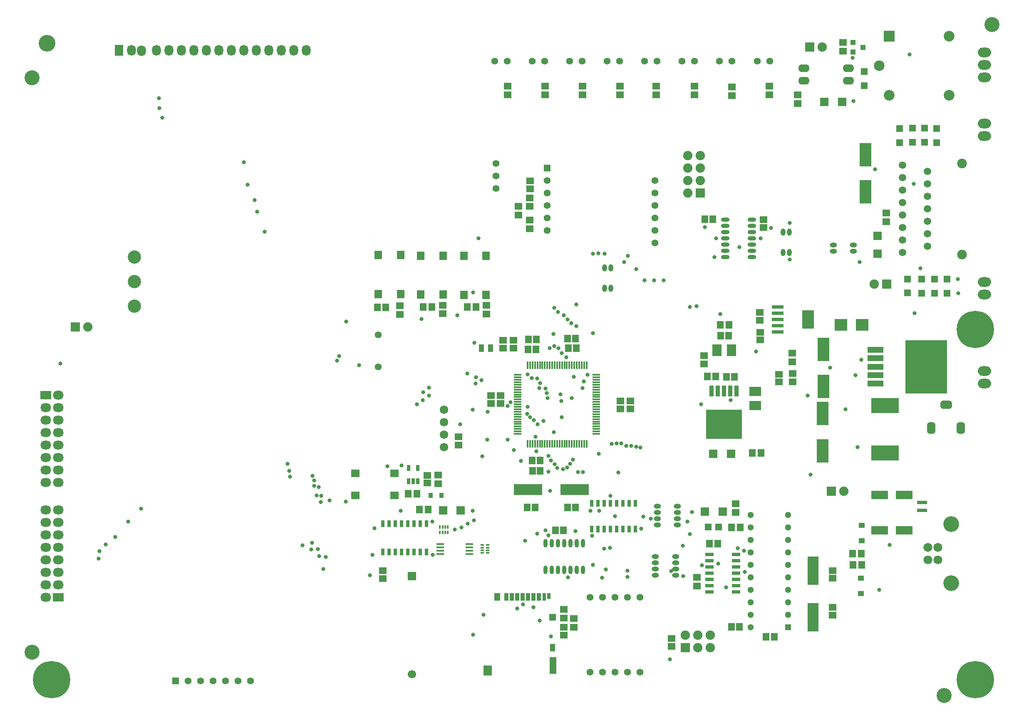
<source format=gts>
G04*
G04 #@! TF.GenerationSoftware,Altium Limited,Altium Designer,20.0.13 (296)*
G04*
G04 Layer_Color=8388736*
%FSLAX44Y44*%
%MOMM*%
G71*
G01*
G75*
%ADD81R,1.9524X2.3824*%
%ADD82R,1.5000X1.7500*%
%ADD83R,1.5500X1.3500*%
%ADD84R,1.5524X1.4524*%
%ADD85R,2.4524X4.7024*%
%ADD86R,0.9000X1.6000*%
%ADD87R,0.8016X1.5016*%
%ADD88R,0.8016X1.3016*%
%ADD89R,1.2000X1.6000*%
%ADD90R,1.7000X2.1000*%
%ADD91R,1.4000X3.4000*%
%ADD92R,1.4000X1.4000*%
%ADD93R,1.0000X1.6000*%
%ADD94R,0.7800X1.3200*%
%ADD95R,1.3500X1.5500*%
%ADD96R,1.7500X0.8000*%
%ADD97R,1.4000X1.4000*%
%ADD98O,1.4700X0.9600*%
%ADD99R,0.3516X0.7516*%
%ADD100R,0.4516X0.7516*%
%ADD101R,8.5800X10.8600*%
%ADD102R,3.2000X1.3000*%
%ADD103O,0.9600X1.4700*%
%ADD104R,1.7000X1.8000*%
%ADD105R,2.4000X0.8000*%
%ADD106R,2.4000X3.7000*%
%ADD107R,1.1500X1.1000*%
%ADD108C,3.0480*%
%ADD109O,1.7500X0.8000*%
%ADD110R,1.4524X1.5524*%
%ADD111R,1.7500X1.5000*%
%ADD112R,0.9600X2.2000*%
%ADD113R,7.3000X6.0500*%
%ADD114R,1.8000X1.7000*%
%ADD115R,2.3000X5.8000*%
%ADD116R,3.3524X1.7524*%
%ADD117O,0.8000X1.7500*%
%ADD118R,0.7500X1.2000*%
%ADD119R,0.8250X1.0300*%
%ADD120R,0.7516X0.3516*%
%ADD121R,0.7516X0.4516*%
%ADD122O,2.3000X1.6000*%
%ADD123R,0.7366X1.3716*%
%ADD124R,1.5516X0.4572*%
%ADD125R,2.0000X0.8000*%
%ADD126R,1.1000X1.0000*%
%ADD127R,5.8000X2.3000*%
%ADD128R,1.1000X1.5000*%
%ADD129R,0.3300X1.6200*%
%ADD130R,1.6200X0.3300*%
%ADD131R,5.6000X3.1000*%
%ADD132R,2.6500X2.3500*%
%ADD133R,2.3824X1.9524*%
%ADD134C,1.4000*%
G04:AMPARAMS|DCode=135|XSize=2.3mm|YSize=1.7mm|CornerRadius=0.475mm|HoleSize=0mm|Usage=FLASHONLY|Rotation=270.000|XOffset=0mm|YOffset=0mm|HoleType=Round|Shape=RoundedRectangle|*
%AMROUNDEDRECTD135*
21,1,2.3000,0.7500,0,0,270.0*
21,1,1.3500,1.7000,0,0,270.0*
1,1,0.9500,-0.3750,-0.6750*
1,1,0.9500,-0.3750,0.6750*
1,1,0.9500,0.3750,0.6750*
1,1,0.9500,0.3750,-0.6750*
%
%ADD135ROUNDEDRECTD135*%
G04:AMPARAMS|DCode=136|XSize=2.3mm|YSize=1.7mm|CornerRadius=0.475mm|HoleSize=0mm|Usage=FLASHONLY|Rotation=0.000|XOffset=0mm|YOffset=0mm|HoleType=Round|Shape=RoundedRectangle|*
%AMROUNDEDRECTD136*
21,1,2.3000,0.7500,0,0,0.0*
21,1,1.3500,1.7000,0,0,0.0*
1,1,0.9500,0.6750,-0.3750*
1,1,0.9500,-0.6750,-0.3750*
1,1,0.9500,-0.6750,0.3750*
1,1,0.9500,0.6750,0.3750*
%
%ADD136ROUNDEDRECTD136*%
%ADD137R,1.9000X1.9000*%
%ADD138C,1.9000*%
%ADD139O,2.7000X1.9500*%
%ADD140O,2.2000X1.8000*%
%ADD141R,2.2000X1.8000*%
%ADD142C,7.6000*%
%ADD143C,3.2000*%
%ADD144C,1.8270*%
%ADD145C,1.8016*%
%ADD146R,1.7000X1.7000*%
%ADD147C,1.7000*%
%ADD148C,2.1800*%
%ADD149C,2.1350*%
%ADD150R,2.1800X2.1800*%
%ADD151R,1.9000X1.9000*%
%ADD152C,1.7240*%
%ADD153C,2.7000*%
%ADD154C,1.5000*%
%ADD155C,1.9780*%
%ADD156O,1.8000X2.2000*%
%ADD157R,1.8000X2.2000*%
%ADD158C,1.3000*%
%ADD159R,1.3000X1.3000*%
%ADD160C,3.4000*%
%ADD161C,0.8000*%
D81*
X1446850Y727750D02*
D03*
X1417650D02*
D03*
D82*
X773600Y921000D02*
D03*
Y841500D02*
D03*
X728600Y921000D02*
D03*
Y841500D02*
D03*
X860000Y920000D02*
D03*
Y840500D02*
D03*
X815000Y920000D02*
D03*
Y840500D02*
D03*
X947650Y919750D02*
D03*
Y840250D02*
D03*
X902650Y919750D02*
D03*
Y840250D02*
D03*
D83*
X1036500Y992500D02*
D03*
Y975000D02*
D03*
X1014000Y1020250D02*
D03*
Y1002750D02*
D03*
X1036500Y1020000D02*
D03*
Y1037500D02*
D03*
X1105750Y182250D02*
D03*
Y199750D02*
D03*
X1570750Y703750D02*
D03*
Y721250D02*
D03*
X1571500Y662750D02*
D03*
Y680250D02*
D03*
X1377000Y247750D02*
D03*
Y265250D02*
D03*
X1581718Y1229690D02*
D03*
Y1247190D02*
D03*
X1523750Y1247250D02*
D03*
Y1264750D02*
D03*
X1447750Y1245500D02*
D03*
Y1263000D02*
D03*
X1372000Y1247250D02*
D03*
Y1264750D02*
D03*
X1220000Y1247250D02*
D03*
Y1264750D02*
D03*
X1144000Y1247250D02*
D03*
Y1264750D02*
D03*
X1068000Y1247250D02*
D03*
Y1264750D02*
D03*
X992000Y1247250D02*
D03*
Y1264750D02*
D03*
X850250Y473500D02*
D03*
Y456000D02*
D03*
X891750Y534250D02*
D03*
Y551750D02*
D03*
X1391250Y699250D02*
D03*
Y716750D02*
D03*
X1673750Y1354000D02*
D03*
Y1336500D02*
D03*
X1455500Y415000D02*
D03*
Y397500D02*
D03*
X948150Y801300D02*
D03*
Y818800D02*
D03*
X859400Y801550D02*
D03*
Y819050D02*
D03*
X771900Y800550D02*
D03*
Y818050D02*
D03*
X1126250Y163750D02*
D03*
Y181250D02*
D03*
X1762000Y1006750D02*
D03*
Y989250D02*
D03*
X1294000Y1264750D02*
D03*
Y1247250D02*
D03*
D84*
X1037000Y1072000D02*
D03*
Y1056000D02*
D03*
X1241000Y608250D02*
D03*
Y624250D02*
D03*
X1221000Y608250D02*
D03*
Y624250D02*
D03*
X1653250Y263050D02*
D03*
Y279050D02*
D03*
X1105750Y163250D02*
D03*
Y147250D02*
D03*
X1512000Y993100D02*
D03*
Y977100D02*
D03*
X1505000Y804250D02*
D03*
Y788250D02*
D03*
X1324750Y140750D02*
D03*
Y124750D02*
D03*
X828250Y473000D02*
D03*
Y457000D02*
D03*
X1003300Y731500D02*
D03*
Y747500D02*
D03*
X977500Y635000D02*
D03*
Y619000D02*
D03*
X957500Y635000D02*
D03*
Y619000D02*
D03*
X1505250Y748250D02*
D03*
Y764250D02*
D03*
X737500Y278750D02*
D03*
Y262750D02*
D03*
X1653250Y203800D02*
D03*
Y187800D02*
D03*
X982000Y748000D02*
D03*
Y732000D02*
D03*
X1544000Y678750D02*
D03*
Y662750D02*
D03*
D85*
X1720000Y1125750D02*
D03*
Y1049750D02*
D03*
X1632750Y598750D02*
D03*
Y522750D02*
D03*
X1634250Y653500D02*
D03*
Y729500D02*
D03*
D86*
X989000Y225700D02*
D03*
X1000000D02*
D03*
X1011000D02*
D03*
X1022000D02*
D03*
X1033000D02*
D03*
X1044000D02*
D03*
X1055000D02*
D03*
D87*
X1066000D02*
D03*
D88*
X1075500Y226700D02*
D03*
D89*
X970000Y225700D02*
D03*
D90*
X951000Y75700D02*
D03*
D91*
X1084000Y85700D02*
D03*
D92*
X1083000Y183700D02*
D03*
X1860250Y872050D02*
D03*
X1834250D02*
D03*
X1805500Y872550D02*
D03*
X1885750Y872050D02*
D03*
X1789000Y1178550D02*
D03*
X1839750Y1179300D02*
D03*
X1815000D02*
D03*
X1864500Y1178300D02*
D03*
X1716918Y1294890D02*
D03*
X1072300Y1098000D02*
D03*
D93*
X1083000Y121700D02*
D03*
D94*
X1162800Y363350D02*
D03*
X1175500D02*
D03*
X1188200D02*
D03*
X1200900D02*
D03*
X1213600D02*
D03*
X1226300D02*
D03*
X1239000D02*
D03*
X1251700D02*
D03*
X1162800Y416150D02*
D03*
X1175500D02*
D03*
X1188200D02*
D03*
X1200900D02*
D03*
X1213600D02*
D03*
X1226300D02*
D03*
X1239000D02*
D03*
X1251700D02*
D03*
D95*
X1447500Y366750D02*
D03*
X1465000D02*
D03*
X1419500Y333750D02*
D03*
X1402000D02*
D03*
X1712125Y290625D02*
D03*
X1694625D02*
D03*
X1711250Y313000D02*
D03*
X1693750D02*
D03*
X909650Y815300D02*
D03*
X927150D02*
D03*
X819650Y815800D02*
D03*
X837150D02*
D03*
X726400Y814800D02*
D03*
X743900D02*
D03*
X789250Y435750D02*
D03*
X806750D02*
D03*
X1415150Y673950D02*
D03*
X1397650D02*
D03*
X812000Y403250D02*
D03*
X829500D02*
D03*
X1517000Y143800D02*
D03*
X1534500D02*
D03*
X1489500Y518000D02*
D03*
X1507000D02*
D03*
X1424500Y779250D02*
D03*
X1442000D02*
D03*
D96*
X1402000Y311950D02*
D03*
Y299250D02*
D03*
Y286550D02*
D03*
Y273850D02*
D03*
Y261150D02*
D03*
Y248450D02*
D03*
Y235750D02*
D03*
X1456000Y311950D02*
D03*
Y299250D02*
D03*
Y286550D02*
D03*
Y273850D02*
D03*
Y261150D02*
D03*
Y248450D02*
D03*
Y235750D02*
D03*
D97*
X1421000Y367750D02*
D03*
X1400000D02*
D03*
X1860250Y843450D02*
D03*
X1834250D02*
D03*
X1805500Y843950D02*
D03*
X1885750Y843450D02*
D03*
X1789000Y1149950D02*
D03*
X1839750Y1150700D02*
D03*
X1815000D02*
D03*
X1864500Y1149700D02*
D03*
X1716918Y1266290D02*
D03*
X316350Y54000D02*
D03*
D98*
X1654500Y941350D02*
D03*
Y928650D02*
D03*
X1695500Y941350D02*
D03*
Y928650D02*
D03*
X1337000Y396850D02*
D03*
Y409550D02*
D03*
X1296000Y396850D02*
D03*
Y409550D02*
D03*
X1296000Y384150D02*
D03*
Y371450D02*
D03*
X1337000D02*
D03*
Y384150D02*
D03*
X1292500Y294850D02*
D03*
Y307550D02*
D03*
X1333500D02*
D03*
Y294850D02*
D03*
X1333500Y269450D02*
D03*
Y282150D02*
D03*
X1292500Y269450D02*
D03*
Y282150D02*
D03*
D99*
X864250Y368000D02*
D03*
X859250D02*
D03*
Y357000D02*
D03*
X864250D02*
D03*
D100*
X869750Y368000D02*
D03*
X853750D02*
D03*
Y357000D02*
D03*
X869750D02*
D03*
D101*
X1843200Y693800D02*
D03*
D102*
X1740000Y659920D02*
D03*
Y676940D02*
D03*
Y693960D02*
D03*
Y710980D02*
D03*
Y728000D02*
D03*
D103*
X1552400Y926750D02*
D03*
X1565100D02*
D03*
X1552400Y967750D02*
D03*
X1565100D02*
D03*
X1201850Y894750D02*
D03*
X1189150D02*
D03*
X1201850Y853750D02*
D03*
X1189150D02*
D03*
D104*
X1446250Y516750D02*
D03*
X1410250D02*
D03*
X1429250Y399250D02*
D03*
X1393250D02*
D03*
X1636250Y1233250D02*
D03*
X1672250D02*
D03*
X860250Y401500D02*
D03*
X896250D02*
D03*
D105*
X1540750Y815650D02*
D03*
Y802950D02*
D03*
Y790250D02*
D03*
Y777550D02*
D03*
Y764850D02*
D03*
D106*
X1602750Y790250D02*
D03*
D107*
X1712500Y339750D02*
D03*
Y371250D02*
D03*
X1710250Y231750D02*
D03*
Y263250D02*
D03*
D108*
X1879346Y24892D02*
D03*
X1977250Y1390250D02*
D03*
X23500Y112750D02*
D03*
X24000Y1281750D02*
D03*
D109*
X1434200Y993100D02*
D03*
Y980400D02*
D03*
Y967700D02*
D03*
Y955000D02*
D03*
Y942300D02*
D03*
Y929600D02*
D03*
Y916900D02*
D03*
X1488200Y993100D02*
D03*
Y980400D02*
D03*
Y967700D02*
D03*
Y955000D02*
D03*
Y942300D02*
D03*
Y929600D02*
D03*
Y916900D02*
D03*
D110*
X1408750Y994000D02*
D03*
X1392750D02*
D03*
X1452800Y673450D02*
D03*
X1436800D02*
D03*
X1129750Y751500D02*
D03*
X1113750D02*
D03*
X1440800Y757450D02*
D03*
X1424800D02*
D03*
X1129500Y407250D02*
D03*
X1113500D02*
D03*
X1031500D02*
D03*
X1047500D02*
D03*
X1463250Y164000D02*
D03*
X1447250D02*
D03*
X1105250Y361200D02*
D03*
X1089250D02*
D03*
X1034000Y749250D02*
D03*
X1050000D02*
D03*
X1115188Y731520D02*
D03*
X1131188D02*
D03*
X1058000Y482000D02*
D03*
X1042000D02*
D03*
X1057400Y502900D02*
D03*
X1041400D02*
D03*
X1033400Y728750D02*
D03*
X1049400D02*
D03*
D111*
X761250Y431750D02*
D03*
X681750D02*
D03*
X761250Y476750D02*
D03*
X681750D02*
D03*
D112*
X1457200Y644325D02*
D03*
X1444500D02*
D03*
X1431800D02*
D03*
X1419100D02*
D03*
X1406400D02*
D03*
D113*
X1431800Y576575D02*
D03*
D114*
X1744000Y960000D02*
D03*
Y924000D02*
D03*
D115*
X1613250Y183800D02*
D03*
Y278800D02*
D03*
D116*
X1798500Y361000D02*
D03*
X1748500D02*
D03*
X1798500Y433000D02*
D03*
X1748500D02*
D03*
D117*
X1068650Y280250D02*
D03*
X1081350D02*
D03*
X1094050D02*
D03*
X1106750D02*
D03*
X1119450D02*
D03*
X1132150D02*
D03*
X1144850D02*
D03*
X1068650Y334250D02*
D03*
X1081350D02*
D03*
X1094050D02*
D03*
X1106750D02*
D03*
X1119450D02*
D03*
X1132150D02*
D03*
X1144850D02*
D03*
D118*
X789750Y460750D02*
D03*
X799250D02*
D03*
X808750D02*
D03*
X789750Y487750D02*
D03*
X808750D02*
D03*
D119*
X834625Y432250D02*
D03*
X856875D02*
D03*
D120*
X950750Y320500D02*
D03*
Y325500D02*
D03*
X939750D02*
D03*
Y320500D02*
D03*
D121*
X950750Y315000D02*
D03*
Y331000D02*
D03*
X939750D02*
D03*
Y315000D02*
D03*
D122*
X1685218Y1275740D02*
D03*
Y1301140D02*
D03*
X1594218Y1275740D02*
D03*
Y1301140D02*
D03*
D123*
X737300Y316900D02*
D03*
X750000D02*
D03*
X762700D02*
D03*
X775400D02*
D03*
X788100D02*
D03*
X800800D02*
D03*
X813500D02*
D03*
X826200D02*
D03*
X737300Y374100D02*
D03*
X750000D02*
D03*
X762700D02*
D03*
X775400D02*
D03*
X788100D02*
D03*
X800800D02*
D03*
X813500D02*
D03*
X826200D02*
D03*
D124*
X913750Y312925D02*
D03*
Y319475D02*
D03*
Y326025D02*
D03*
Y332575D02*
D03*
X854750Y312925D02*
D03*
Y319475D02*
D03*
Y326025D02*
D03*
Y332575D02*
D03*
D125*
X1834500Y417750D02*
D03*
Y401750D02*
D03*
D126*
X1694218Y1353590D02*
D03*
Y1334590D02*
D03*
X1714218Y1344090D02*
D03*
D127*
X1128000Y443500D02*
D03*
X1033000D02*
D03*
D128*
X957000Y732000D02*
D03*
X938000D02*
D03*
D129*
X1032200Y697200D02*
D03*
X1037200D02*
D03*
X1042200D02*
D03*
X1047200D02*
D03*
X1052200D02*
D03*
X1057200D02*
D03*
X1062200D02*
D03*
X1067200D02*
D03*
X1072200D02*
D03*
X1077200D02*
D03*
X1082200D02*
D03*
X1087200D02*
D03*
X1092200D02*
D03*
X1097200D02*
D03*
X1102200D02*
D03*
X1107200D02*
D03*
X1112200D02*
D03*
X1117200D02*
D03*
X1122200D02*
D03*
X1127200D02*
D03*
X1132200D02*
D03*
X1137200D02*
D03*
X1142200D02*
D03*
X1147200D02*
D03*
X1152200D02*
D03*
Y537200D02*
D03*
X1147200D02*
D03*
X1142200D02*
D03*
X1137200D02*
D03*
X1132200D02*
D03*
X1127200D02*
D03*
X1122200D02*
D03*
X1117200D02*
D03*
X1112200D02*
D03*
X1107200D02*
D03*
X1102200D02*
D03*
X1097200D02*
D03*
X1092200D02*
D03*
X1087200D02*
D03*
X1082200D02*
D03*
X1077200D02*
D03*
X1072200D02*
D03*
X1067200D02*
D03*
X1062200D02*
D03*
X1057200D02*
D03*
X1052200D02*
D03*
X1047200D02*
D03*
X1042200D02*
D03*
X1037200D02*
D03*
X1032200D02*
D03*
D130*
X1172200Y677200D02*
D03*
Y672200D02*
D03*
Y667200D02*
D03*
Y662200D02*
D03*
Y657200D02*
D03*
Y652200D02*
D03*
Y647200D02*
D03*
Y642200D02*
D03*
Y637200D02*
D03*
Y632200D02*
D03*
Y627200D02*
D03*
Y622200D02*
D03*
Y617200D02*
D03*
Y612200D02*
D03*
Y607200D02*
D03*
Y602200D02*
D03*
Y597200D02*
D03*
Y592200D02*
D03*
Y587200D02*
D03*
Y582200D02*
D03*
Y577200D02*
D03*
Y572200D02*
D03*
Y567200D02*
D03*
Y562200D02*
D03*
Y557200D02*
D03*
X1012200D02*
D03*
Y562200D02*
D03*
Y567200D02*
D03*
Y572200D02*
D03*
Y577200D02*
D03*
Y582200D02*
D03*
Y587200D02*
D03*
Y592200D02*
D03*
Y597200D02*
D03*
Y602200D02*
D03*
Y607200D02*
D03*
Y612200D02*
D03*
Y617200D02*
D03*
Y622200D02*
D03*
Y627200D02*
D03*
Y632200D02*
D03*
Y637200D02*
D03*
Y642200D02*
D03*
Y647200D02*
D03*
Y652200D02*
D03*
Y657200D02*
D03*
Y662200D02*
D03*
Y667200D02*
D03*
Y672200D02*
D03*
Y677200D02*
D03*
D131*
X1759750Y615250D02*
D03*
Y518250D02*
D03*
D132*
X1669750Y779250D02*
D03*
X1712750D02*
D03*
D133*
X1495250Y643850D02*
D03*
Y614650D02*
D03*
D134*
X968000Y1056600D02*
D03*
Y1082000D02*
D03*
Y1107400D02*
D03*
X1072300Y1072600D02*
D03*
Y1047200D02*
D03*
Y1021800D02*
D03*
Y996400D02*
D03*
Y971000D02*
D03*
X1291300Y1072600D02*
D03*
Y1047200D02*
D03*
Y1021800D02*
D03*
Y996400D02*
D03*
Y971000D02*
D03*
Y945600D02*
D03*
X468750Y54000D02*
D03*
X443350D02*
D03*
X417950D02*
D03*
X392550D02*
D03*
X367150D02*
D03*
X341750D02*
D03*
X1158950Y72050D02*
D03*
X1184350D02*
D03*
X1209750D02*
D03*
X1235150D02*
D03*
X1260550D02*
D03*
X1158950Y224450D02*
D03*
X1184350D02*
D03*
X1209750D02*
D03*
X1235150D02*
D03*
X1260550D02*
D03*
X1524700Y1316000D02*
D03*
X1499300D02*
D03*
X1447800Y1315700D02*
D03*
X1422400D02*
D03*
X1371600D02*
D03*
X1346200D02*
D03*
X1295400D02*
D03*
X1270000D02*
D03*
X1219200D02*
D03*
X1193800D02*
D03*
X1143000D02*
D03*
X1117600D02*
D03*
X1066800D02*
D03*
X1041400D02*
D03*
X990600D02*
D03*
X965200D02*
D03*
X728000Y758500D02*
D03*
Y693500D02*
D03*
D135*
X1853600Y569260D02*
D03*
X1913600D02*
D03*
D136*
X1883600Y616260D02*
D03*
D137*
X1383400Y1047200D02*
D03*
D138*
Y1072600D02*
D03*
Y1098000D02*
D03*
Y1123400D02*
D03*
X1358000Y1047200D02*
D03*
Y1072600D02*
D03*
Y1098000D02*
D03*
Y1123400D02*
D03*
X1631718Y1344440D02*
D03*
X1737300Y862000D02*
D03*
X1403900Y147450D02*
D03*
X1378500D02*
D03*
X1353100D02*
D03*
X1403900Y122050D02*
D03*
X1378500D02*
D03*
X1675700Y440250D02*
D03*
X137450Y775250D02*
D03*
D139*
X1962000Y1333400D02*
D03*
Y1308000D02*
D03*
Y1282600D02*
D03*
Y866700D02*
D03*
Y841300D02*
D03*
Y684700D02*
D03*
Y659300D02*
D03*
Y1188700D02*
D03*
Y1163300D02*
D03*
D140*
X77146Y458400D02*
D03*
Y483800D02*
D03*
Y509200D02*
D03*
Y534600D02*
D03*
Y560000D02*
D03*
Y585400D02*
D03*
Y610800D02*
D03*
Y636200D02*
D03*
X52000Y458400D02*
D03*
Y483800D02*
D03*
Y509200D02*
D03*
Y534600D02*
D03*
Y560000D02*
D03*
Y585400D02*
D03*
Y610800D02*
D03*
X51997Y402200D02*
D03*
Y376800D02*
D03*
Y351400D02*
D03*
Y326000D02*
D03*
Y300600D02*
D03*
Y275200D02*
D03*
Y249800D02*
D03*
Y224400D02*
D03*
X77143Y402200D02*
D03*
Y376800D02*
D03*
Y351400D02*
D03*
Y326000D02*
D03*
Y300600D02*
D03*
Y275200D02*
D03*
Y249800D02*
D03*
D141*
X52000Y636200D02*
D03*
X77143Y224400D02*
D03*
D142*
X1943100Y57250D02*
D03*
X1943100Y769600D02*
D03*
X63500Y57250D02*
D03*
D143*
X1894000Y253300D02*
D03*
Y373700D02*
D03*
D144*
X1866900Y326000D02*
D03*
X1847000D02*
D03*
D145*
Y301000D02*
D03*
X1866900D02*
D03*
D146*
X796750Y267750D02*
D03*
D147*
Y67750D02*
D03*
D148*
X1889718Y1366440D02*
D03*
Y1246440D02*
D03*
X1767718D02*
D03*
D149*
X1747718Y1306440D02*
D03*
D150*
X1767718Y1366440D02*
D03*
D151*
X1606318Y1344440D02*
D03*
X1762700Y862000D02*
D03*
X1353100Y122050D02*
D03*
X1650300Y440250D02*
D03*
X112050Y775250D02*
D03*
D152*
X861750Y606400D02*
D03*
Y581000D02*
D03*
Y555600D02*
D03*
Y530200D02*
D03*
D153*
X232374Y817000D02*
D03*
Y867000D02*
D03*
Y917000D02*
D03*
D154*
X1794763Y1103898D02*
D03*
Y1078498D02*
D03*
Y1053098D02*
D03*
Y1027698D02*
D03*
Y1002298D02*
D03*
Y976898D02*
D03*
Y951498D02*
D03*
Y926098D02*
D03*
X1845563Y1091198D02*
D03*
Y1065798D02*
D03*
Y1040398D02*
D03*
Y1014998D02*
D03*
Y989598D02*
D03*
Y964198D02*
D03*
Y938798D02*
D03*
D155*
X1916200Y922263D02*
D03*
Y1107200D02*
D03*
D156*
X403600Y1338250D02*
D03*
X429000D02*
D03*
X454400D02*
D03*
X479800D02*
D03*
X505200D02*
D03*
X530600D02*
D03*
X556000D02*
D03*
X581400D02*
D03*
X225800D02*
D03*
X246882Y1336726D02*
D03*
X276600Y1338250D02*
D03*
X302000D02*
D03*
X327400D02*
D03*
X352800D02*
D03*
X378200D02*
D03*
D157*
X200400D02*
D03*
D158*
X1486150Y392100D02*
D03*
Y366700D02*
D03*
Y341300D02*
D03*
Y315900D02*
D03*
Y290500D02*
D03*
Y265100D02*
D03*
Y239700D02*
D03*
Y214300D02*
D03*
Y188900D02*
D03*
Y163500D02*
D03*
X1562350Y392100D02*
D03*
Y366700D02*
D03*
Y341300D02*
D03*
Y315900D02*
D03*
Y290500D02*
D03*
Y265100D02*
D03*
Y239700D02*
D03*
Y214300D02*
D03*
Y188900D02*
D03*
D159*
Y163500D02*
D03*
D160*
X54000Y1352000D02*
D03*
D161*
X1074166Y512064D02*
D03*
X1087200Y495848D02*
D03*
X997154Y621742D02*
D03*
X991750Y613750D02*
D03*
X1080000Y503000D02*
D03*
X1092000Y488000D02*
D03*
X1113000Y489000D02*
D03*
X1119000Y496000D02*
D03*
X1124105Y504855D02*
D03*
X1223000Y538000D02*
D03*
X1233000Y533000D02*
D03*
X1243000D02*
D03*
X1253000Y531000D02*
D03*
X1261848Y529000D02*
D03*
X1213000Y538000D02*
D03*
X1203000Y537000D02*
D03*
X1376000Y817000D02*
D03*
X1385000Y617000D02*
D03*
X1026750Y339500D02*
D03*
X940346Y511404D02*
D03*
X894750Y576500D02*
D03*
X1189000Y923750D02*
D03*
X1176000Y924750D02*
D03*
X1164750Y923750D02*
D03*
X1309500Y869750D02*
D03*
X1290000Y869500D02*
D03*
X1269875Y869750D02*
D03*
X1253500Y892500D02*
D03*
X1236500Y920000D02*
D03*
X1228250Y906750D02*
D03*
X1424000Y801250D02*
D03*
X806750Y617500D02*
D03*
X819250Y625835D02*
D03*
X831250Y635000D02*
D03*
X820000Y641500D02*
D03*
X831750Y651250D02*
D03*
X926250Y659500D02*
D03*
X938500Y666250D02*
D03*
X927000Y672750D02*
D03*
X775750Y493250D02*
D03*
X932000Y955000D02*
D03*
X245750Y405250D02*
D03*
X219000Y378750D02*
D03*
X193500Y347250D02*
D03*
X173500Y332000D02*
D03*
X161000Y318500D02*
D03*
X159000Y303250D02*
D03*
X747000Y491250D02*
D03*
X629375Y421875D02*
D03*
X606786Y449035D02*
D03*
X598000Y451750D02*
D03*
X598250Y462250D02*
D03*
X594250Y471500D02*
D03*
X602632Y432118D02*
D03*
X612125Y431125D02*
D03*
X611250Y418500D02*
D03*
X648500Y716000D02*
D03*
X644750Y706000D02*
D03*
X689000Y697000D02*
D03*
X909500Y679750D02*
D03*
X574500Y330000D02*
D03*
X593250Y335750D02*
D03*
X591750Y322000D02*
D03*
X605250Y322500D02*
D03*
X608250Y308500D02*
D03*
X622000Y307000D02*
D03*
X616250Y282250D02*
D03*
X663000Y786000D02*
D03*
X288500Y1200500D02*
D03*
X282750Y1220000D02*
D03*
X282000Y1240750D02*
D03*
X454400Y1110400D02*
D03*
X497454Y968604D02*
D03*
X482250Y1009000D02*
D03*
X477000Y1033250D02*
D03*
X462500Y1064550D02*
D03*
X1177000Y517000D02*
D03*
X1907500Y872250D02*
D03*
X1831250Y894500D02*
D03*
X1216500Y478250D02*
D03*
X1160250Y400500D02*
D03*
X1177500Y401000D02*
D03*
X1144750Y479000D02*
D03*
X1064000Y583250D02*
D03*
X1052250Y576750D02*
D03*
X1045000Y585000D02*
D03*
X1031000Y597750D02*
D03*
X1037050Y590779D02*
D03*
X1122250Y630250D02*
D03*
X1102000Y721250D02*
D03*
X1094500Y731500D02*
D03*
X1086250Y736250D02*
D03*
X1077500Y731500D02*
D03*
X1099000Y637500D02*
D03*
X1084750Y760750D02*
D03*
X1366250Y397750D02*
D03*
X1210250Y389250D02*
D03*
X1267500Y388500D02*
D03*
X1080000Y145000D02*
D03*
X921000Y148000D02*
D03*
X1074250Y350750D02*
D03*
X942750Y189000D02*
D03*
X1022750Y209750D02*
D03*
X1235250Y266250D02*
D03*
X1235000Y278500D02*
D03*
X1472500Y319500D02*
D03*
X1474500Y276250D02*
D03*
X1445250Y625750D02*
D03*
X1101500Y591275D02*
D03*
X1602000Y635000D02*
D03*
X1679000Y607000D02*
D03*
X1056750Y177000D02*
D03*
X1050000Y521629D02*
D03*
X1019000Y502500D02*
D03*
X923250Y381500D02*
D03*
X1078000Y441250D02*
D03*
X897500Y366750D02*
D03*
X1134750Y479250D02*
D03*
X910500Y374000D02*
D03*
X838000Y378750D02*
D03*
X920250Y400750D02*
D03*
X774250Y400500D02*
D03*
X662250Y419000D02*
D03*
X711250Y269750D02*
D03*
X716750Y311250D02*
D03*
X839000Y311250D02*
D03*
X884000Y362750D02*
D03*
X720750Y365250D02*
D03*
X1011000Y201500D02*
D03*
X1163500Y350000D02*
D03*
X1283175Y384575D02*
D03*
X1188250Y323500D02*
D03*
X1200250Y325500D02*
D03*
X1165500Y290500D02*
D03*
X1183500Y264250D02*
D03*
X924000Y743000D02*
D03*
X921000Y845000D02*
D03*
X1052000Y353750D02*
D03*
X1044000Y204500D02*
D03*
X1068500Y360750D02*
D03*
X1263750Y364000D02*
D03*
X1201000Y431500D02*
D03*
X1497250Y724750D02*
D03*
X1392500Y978000D02*
D03*
X1412000Y916750D02*
D03*
X1565500Y912250D02*
D03*
X1527750Y976750D02*
D03*
X1565250Y986750D02*
D03*
X889500Y798500D02*
D03*
X816500Y791250D02*
D03*
X1608000Y474000D02*
D03*
X1747750Y239750D02*
D03*
X1415500Y955000D02*
D03*
X1506000Y955500D02*
D03*
X1463150Y937650D02*
D03*
X1362750Y815500D02*
D03*
X1769000Y331500D02*
D03*
X1435750Y244750D02*
D03*
X1459500Y324500D02*
D03*
X1114500Y265300D02*
D03*
X1322000Y98000D02*
D03*
X1085500Y560750D02*
D03*
X1104304Y485024D02*
D03*
X1074250Y480000D02*
D03*
X81000Y700000D02*
D03*
X920500Y606250D02*
D03*
X1695000Y1234250D02*
D03*
X1693500Y1322500D02*
D03*
X1739500Y1095500D02*
D03*
X1817750Y1066000D02*
D03*
X1819750Y802500D02*
D03*
X1908750Y843250D02*
D03*
X1711000Y708000D02*
D03*
X1703750Y530500D02*
D03*
X1699750Y676750D02*
D03*
X1648000Y691750D02*
D03*
X1809750Y1329750D02*
D03*
X1324065Y277764D02*
D03*
X1348500Y267500D02*
D03*
X1191500Y281000D02*
D03*
X1419713Y293037D02*
D03*
X1362750Y353500D02*
D03*
X1387000Y289750D02*
D03*
X1357250Y378750D02*
D03*
X1048250Y551750D02*
D03*
X1348000Y329750D02*
D03*
X1708250Y906750D02*
D03*
X950250Y545500D02*
D03*
X991750Y545750D02*
D03*
X1032500Y678500D02*
D03*
X1004000Y524500D02*
D03*
X951250Y602250D02*
D03*
X1040500Y670750D02*
D03*
X1057500Y660500D02*
D03*
X1051750Y670000D02*
D03*
X1129250Y359250D02*
D03*
X1100750Y623750D02*
D03*
X1164750Y762500D02*
D03*
X1111250Y713000D02*
D03*
X1144000Y650000D02*
D03*
X1146250Y663750D02*
D03*
X1153750Y677750D02*
D03*
X1126000Y673000D02*
D03*
X1131500Y820500D02*
D03*
X1086500Y813500D02*
D03*
X1093750Y805000D02*
D03*
X1105500Y798250D02*
D03*
X1113500Y790500D02*
D03*
X1121250Y782750D02*
D03*
X1131000Y776250D02*
D03*
X549000Y470000D02*
D03*
X547250Y481750D02*
D03*
X544000Y496500D02*
D03*
X1032500Y612250D02*
D03*
X1073250Y630000D02*
D03*
X1071250Y640000D02*
D03*
X1068500Y649750D02*
D03*
X1056000Y650000D02*
D03*
M02*

</source>
